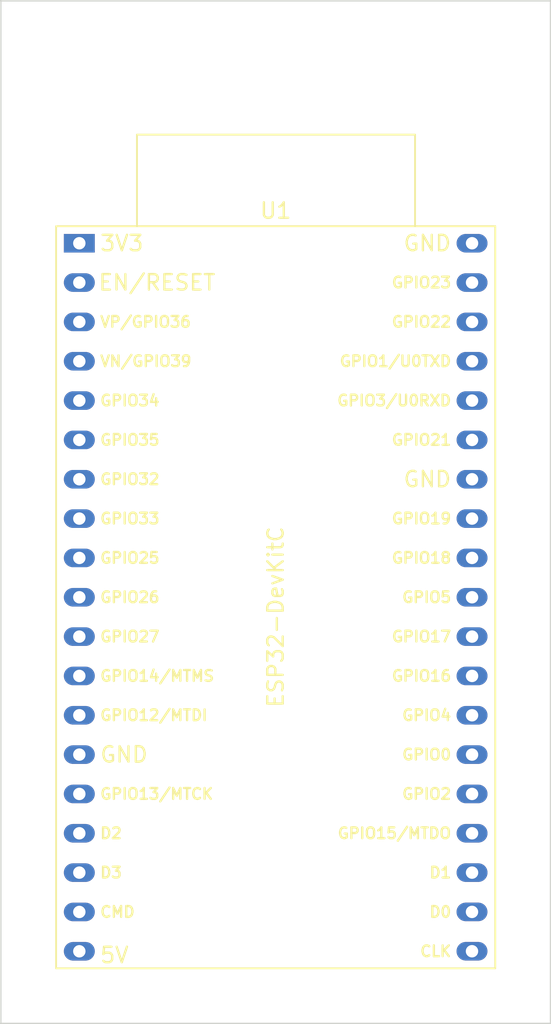
<source format=kicad_pcb>
(kicad_pcb (version 20221018) (generator pcbnew)
  (layers (0 "F.Cu" signal) (31 "B.Cu" signal) (34 "B.Paste" user) (35 "F.Paste" user) (36 "B.SilkS" user "B.Silkscreen") (37 "F.SilkS" user "F.Silkscreen") (38 "B.Mask" user) (39 "F.Mask" user) (44 "Edge.Cuts" user))
  (net 0 "")
  (footprint "Espressif:ESP32-DevKitC" (layer "F.Cu") (at 116.84 74.07656)
    (fp_text reference "U1" (at 12.7 -2.1) (layer "F.SilkS"))
    (fp_text value "ESP32-DevKitC" (at 12.7 24.13 90) (layer "F.SilkS"))
    (fp_text user "GPIO32" (at 1.27 15.24 unlocked) (layer "F.SilkS") (effects (font (size 0.7 0.7)) (justify left)))
    (fp_text user "GPIO26" (at 1.27 22.86 unlocked) (layer "F.SilkS") (effects (font (size 0.7 0.7)) (justify left)))
    (fp_text user "GPIO34" (at 1.27 10.16 unlocked) (layer "F.SilkS") (effects (font (size 0.7 0.7)) (justify left)))
    (fp_text user "GPIO27" (at 1.27 25.4 unlocked) (layer "F.SilkS") (effects (font (size 0.7 0.7)) (justify left)))
    (fp_text user "GPIO25" (at 1.27 20.32 unlocked) (layer "F.SilkS") (effects (font (size 0.7 0.7)) (justify left)))
    (fp_text user "GPIO17" (at 24.13 25.4 unlocked) (layer "F.SilkS") (effects (font (size 0.7 0.7)) (justify right)))
    (fp_text user "VN/GPIO39" (at 1.27 7.62 unlocked) (layer "F.SilkS") (effects (font (size 0.7 0.7)) (justify left)))
    (fp_text user "GPIO3/U0RXD" (at 24.13 10.16 unlocked) (layer "F.SilkS") (effects (font (size 0.7 0.7)) (justify right)))
    (fp_text user "D0" (at 24.13 43.18 unlocked) (layer "F.SilkS") (effects (font (size 0.7 0.7)) (justify right)))
    (fp_text user "D1" (at 24.13 40.64 unlocked) (layer "F.SilkS") (effects (font (size 0.7 0.7)) (justify right)))
    (fp_text user "GPIO4" (at 24.13 30.48 unlocked) (layer "F.SilkS") (effects (font (size 0.7 0.7)) (justify right)))
    (fp_text user "3V3" (at 1.27 0 unlocked) (layer "F.SilkS") (effects (justify left)))
    (fp_text user "CLK" (at 24.13 45.72 unlocked) (layer "F.SilkS") (effects (font (size 0.7 0.7)) (justify right)))
    (fp_text user "GPIO18" (at 24.13 20.32 unlocked) (layer "F.SilkS") (effects (font (size 0.7 0.7)) (justify right)))
    (fp_text user "EN/RESET" (at 8.88632 2.53728 unlocked) (layer "F.SilkS") (effects (justify right)))
    (fp_text user "GPIO0" (at 24.13 33.02 unlocked) (layer "F.SilkS") (effects (font (size 0.7 0.7)) (justify right)))
    (fp_text user "GND" (at 24.13 15.24 unlocked) (layer "F.SilkS") (effects (justify right)))
    (fp_text user "GPIO21" (at 24.13 12.7 unlocked) (layer "F.SilkS") (effects (font (size 0.7 0.7)) (justify right)))
    (fp_text user "GPIO14/MTMS" (at 1.27 27.94 unlocked) (layer "F.SilkS") (effects (font (size 0.7 0.7)) (justify left)))
    (fp_text user "GPIO1/U0TXD" (at 24.13 7.62 unlocked) (layer "F.SilkS") (effects (font (size 0.7 0.7)) (justify right)))
    (fp_text user "GPIO35" (at 1.27 12.7 unlocked) (layer "F.SilkS") (effects (font (size 0.7 0.7)) (justify left)))
    (fp_text user "D2" (at 1.27 38.1 unlocked) (layer "F.SilkS") (effects (font (size 0.7 0.7)) (justify left)))
    (fp_text user "D3" (at 1.27 40.64 unlocked) (layer "F.SilkS") (effects (font (size 0.7 0.7)) (justify left)))
    (fp_text user "VP/GPIO36" (at 1.27 5.08 unlocked) (layer "F.SilkS") (effects (font (size 0.7 0.7)) (justify left)))
    (fp_text user "GPIO5" (at 24.13 22.86 unlocked) (layer "F.SilkS") (effects (font (size 0.7 0.7)) (justify right)))
    (fp_text user "GPIO22" (at 24.13 5.08 unlocked) (layer "F.SilkS") (effects (font (size 0.7 0.7)) (justify right)))
    (fp_text user "GPIO16" (at 24.13 27.94 unlocked) (layer "F.SilkS") (effects (font (size 0.7 0.7)) (justify right)))
    (fp_text user "GND" (at 24.13 0 unlocked) (layer "F.SilkS") (effects (justify right)))
    (fp_text user "GPIO12/MTDI" (at 1.27 30.48 unlocked) (layer "F.SilkS") (effects (font (size 0.7 0.7)) (justify left)))
    (fp_text user "GPIO15/MTDO" (at 24.13 38.1 unlocked) (layer "F.SilkS") (effects (font (size 0.7 0.7)) (justify right)))
    (fp_text user "CMD" (at 1.27 43.18 unlocked) (layer "F.SilkS") (effects (font (size 0.7 0.7)) (justify left)))
    (fp_text user "5V" (at 1.26632 45.97128 unlocked) (layer "F.SilkS") (effects (justify left)))
    (fp_text user "GPIO13/MTCK" (at 1.27 35.56 unlocked) (layer "F.SilkS") (effects (font (size 0.7 0.7)) (justify left)))
    (fp_text user "GPIO23" (at 24.13 2.54 unlocked) (layer "F.SilkS") (effects (font (size 0.7 0.7)) (justify right)))
    (fp_text user "GND" (at 1.27 33.02 unlocked) (layer "F.SilkS") (effects (justify left)))
    (fp_text user "GPIO33" (at 1.27 17.78 unlocked) (layer "F.SilkS") (effects (font (size 0.7 0.7)) (justify left)))
    (fp_text user "GPIO2" (at 24.13 35.56 unlocked) (layer "F.SilkS") (effects (font (size 0.7 0.7)) (justify right)))
    (fp_text user "GPIO19" (at 24.13 17.78 unlocked) (layer "F.SilkS") (effects (font (size 0.7 0.7)) (justify right)))
    (fp_line (start -1.5 46.82) (end 26.899999 46.82) (stroke (width 0.12)) (layer "F.SilkS"))
    (fp_line (start -1.499999 -1.1) (end -1.5 46.82) (stroke (width 0.12)) (layer "F.SilkS"))
    (fp_line (start 3.73012 -7.01312) (end 21.71332 -7.01312) (stroke (width 0.12)) (layer "F.SilkS"))
    (fp_line (start 3.73012 -1.12032) (end 3.73012 -7.01312) (stroke (width 0.12)) (layer "F.SilkS"))
    (fp_line (start 21.71332 -7.01312) (end 21.71332 -1.12032) (stroke (width 0.12)) (layer "F.SilkS"))
    (fp_line (start 26.899999 46.82) (end 26.9 -1.1) (stroke (width 0.12)) (layer "F.SilkS"))
    (fp_line (start 26.9 -1.1) (end -1.499999 -1.1) (stroke (width 0.12)) (layer "F.SilkS"))
    (pad "1" thru_hole rect (at 0 0 270) (size 1.2 2) (drill 0.8) (layers "*.Cu" "*.Mask"))
    (pad "2" thru_hole oval (at 0 2.54 270) (size 1.2 2) (drill 0.8) (layers "*.Cu" "*.Mask"))
    (pad "3" thru_hole oval (at 0 5.08 270) (size 1.2 2) (drill 0.8) (layers "*.Cu" "*.Mask"))
    (pad "4" thru_hole oval (at 0 7.62 270) (size 1.2 2) (drill 0.8) (layers "*.Cu" "*.Mask"))
    (pad "5" thru_hole oval (at 0 10.16 270) (size 1.2 2) (drill 0.8) (layers "*.Cu" "*.Mask"))
    (pad "6" thru_hole oval (at 0 12.7 270) (size 1.2 2) (drill 0.8) (layers "*.Cu" "*.Mask"))
    (pad "7" thru_hole oval (at 0 15.24 270) (size 1.2 2) (drill 0.8) (layers "*.Cu" "*.Mask"))
    (pad "8" thru_hole oval (at 0 17.78 270) (size 1.2 2) (drill 0.8) (layers "*.Cu" "*.Mask"))
    (pad "9" thru_hole oval (at 0 20.32 270) (size 1.2 2) (drill 0.8) (layers "*.Cu" "*.Mask"))
    (pad "10" thru_hole oval (at 0 22.86 270) (size 1.2 2) (drill 0.8) (layers "*.Cu" "*.Mask"))
    (pad "11" thru_hole oval (at 0 25.4 270) (size 1.2 2) (drill 0.8) (layers "*.Cu" "*.Mask"))
    (pad "12" thru_hole oval (at 0 27.94 270) (size 1.2 2) (drill 0.8) (layers "*.Cu" "*.Mask"))
    (pad "13" thru_hole oval (at 0 30.48 270) (size 1.2 2) (drill 0.8) (layers "*.Cu" "*.Mask"))
    (pad "14" thru_hole oval (at 0 33.02 270) (size 1.2 2) (drill 0.8) (layers "*.Cu" "*.Mask"))
    (pad "15" thru_hole oval (at 0 35.56 270) (size 1.2 2) (drill 0.8) (layers "*.Cu" "*.Mask"))
    (pad "16" thru_hole oval (at 0 38.1 270) (size 1.2 2) (drill 0.8) (layers "*.Cu" "*.Mask"))
    (pad "17" thru_hole oval (at 0 40.64 270) (size 1.2 2) (drill 0.8) (layers "*.Cu" "*.Mask"))
    (pad "18" thru_hole oval (at 0 43.18 270) (size 1.2 2) (drill 0.8) (layers "*.Cu" "*.Mask"))
    (pad "19" thru_hole oval (at 0 45.72 270) (size 1.2 2) (drill 0.8) (layers "*.Cu" "*.Mask"))
    (pad "20" thru_hole oval (at 25.39632 45.71728 270) (size 1.2 2) (drill 0.8) (layers "*.Cu" "*.Mask"))
    (pad "21" thru_hole oval (at 25.39632 43.17728 270) (size 1.2 2) (drill 0.8) (layers "*.Cu" "*.Mask"))
    (pad "22" thru_hole oval (at 25.4 40.64 270) (size 1.2 2) (drill 0.8) (layers "*.Cu" "*.Mask"))
    (pad "23" thru_hole oval (at 25.4 38.1 270) (size 1.2 2) (drill 0.8) (layers "*.Cu" "*.Mask"))
    (pad "24" thru_hole oval (at 25.4 35.56 270) (size 1.2 2) (drill 0.8) (layers "*.Cu" "*.Mask"))
    (pad "25" thru_hole oval (at 25.4 33.02 270) (size 1.2 2) (drill 0.8) (layers "*.Cu" "*.Mask"))
    (pad "26" thru_hole oval (at 25.4 30.48 270) (size 1.2 2) (drill 0.8) (layers "*.Cu" "*.Mask"))
    (pad "27" thru_hole oval (at 25.4 27.94 270) (size 1.2 2) (drill 0.8) (layers "*.Cu" "*.Mask"))
    (pad "28" thru_hole oval (at 25.4 25.4 270) (size 1.2 2) (drill 0.8) (layers "*.Cu" "*.Mask"))
    (pad "29" thru_hole oval (at 25.4 22.86 270) (size 1.2 2) (drill 0.8) (layers "*.Cu" "*.Mask"))
    (pad "30" thru_hole oval (at 25.4 20.32 270) (size 1.2 2) (drill 0.8) (layers "*.Cu" "*.Mask"))
    (pad "31" thru_hole oval (at 25.4 17.78 270) (size 1.2 2) (drill 0.8) (layers "*.Cu" "*.Mask"))
    (pad "32" thru_hole oval (at 25.4 15.24 270) (size 1.2 2) (drill 0.8) (layers "*.Cu" "*.Mask"))
    (pad "33" thru_hole oval (at 25.4 12.7 270) (size 1.2 2) (drill 0.8) (layers "*.Cu" "*.Mask"))
    (pad "34" thru_hole oval (at 25.4 10.16 270) (size 1.2 2) (drill 0.8) (layers "*.Cu" "*.Mask"))
    (pad "35" thru_hole oval (at 25.4 7.62 270) (size 1.2 2) (drill 0.8) (layers "*.Cu" "*.Mask"))
    (pad "36" thru_hole oval (at 25.4 5.08 270) (size 1.2 2) (drill 0.8) (layers "*.Cu" "*.Mask"))
    (pad "37" thru_hole oval (at 25.4 2.54 270) (size 1.2 2) (drill 0.8) (layers "*.Cu" "*.Mask"))
    (pad "38" thru_hole oval (at 25.4 0 270) (size 1.2 2) (drill 0.8) (layers "*.Cu" "*.Mask"))
  )
  (gr_line (start 111.76 58.42) (end 147.32 58.42) (stroke (width 0.1)) (layer "Edge.Cuts"))
  (gr_line (start 111.76 124.46) (end 111.76 58.42) (stroke (width 0.1)) (layer "Edge.Cuts"))
  (gr_line (start 147.32 124.46) (end 111.76 124.46) (stroke (width 0.1)) (layer "Edge.Cuts"))
  (gr_line (start 147.32 58.42) (end 147.32 124.46) (stroke (width 0.1)) (layer "Edge.Cuts"))
)
</source>
